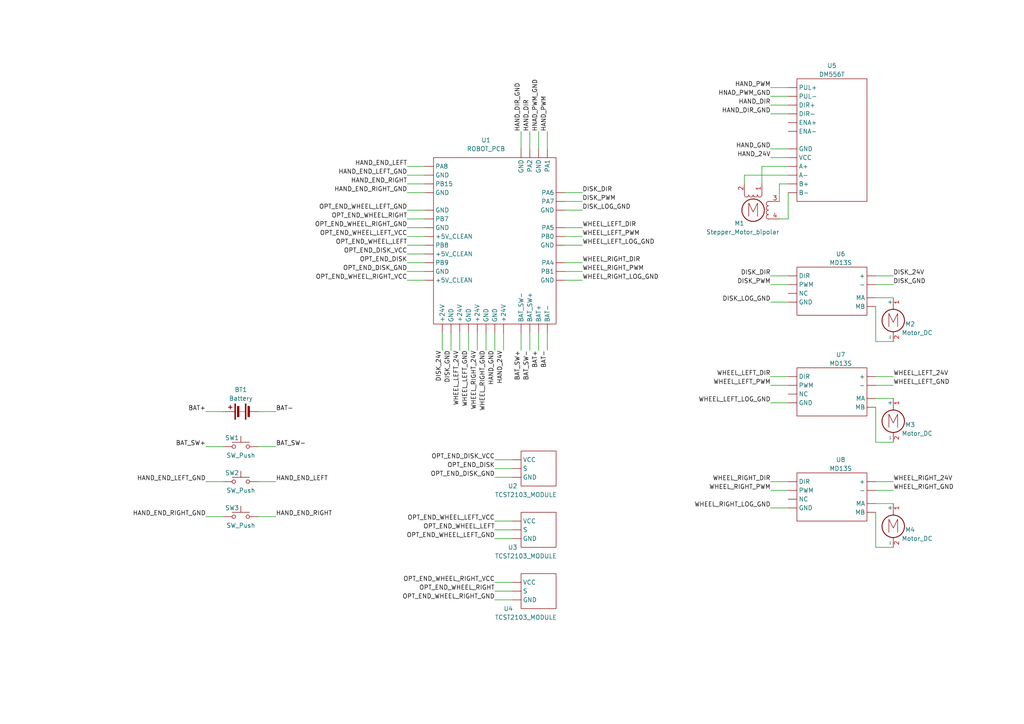
<source format=kicad_sch>
(kicad_sch (version 20230121) (generator eeschema)
  (paper "A4")
  (lib_symbols
    (symbol "Device:Battery" (pin_numbers hide) (pin_names (offset 0) hide)
      (property "Reference" "BT" (at 2.54 2.54 0))
      (property "Value" "Battery" (at 2.54 0 0))
      (symbol "Battery_0_1"
        (rectangle (start -2.286 -1.27) (end 2.286 -1.524) (fill (type outline)))
        (rectangle (start -2.286 1.778) (end 2.286 1.524) (fill (type outline)))
        (rectangle (start -1.524 -2.032) (end 1.524 -2.54) (fill (type outline)))
        (rectangle (start -1.524 1.016) (end 1.524 0.508) (fill (type outline)))
        (polyline (pts (xy 0 -1.016) (xy 0 -0.762)))
        (polyline (pts (xy 0 -0.508) (xy 0 -0.254)))
        (polyline (pts (xy 0 0) (xy 0 0.254)))
        (polyline (pts (xy 0 1.778) (xy 0 2.54)))
        (polyline (pts (xy 0.762 3.048) (xy 1.778 3.048)) (stroke (width 0.254)))
        (polyline (pts (xy 1.27 3.556) (xy 1.27 2.54)) (stroke (width 0.254)))
      )
      (symbol "Battery_1_1"
        (pin passive line (at 0 5.08 270) (length 2.54) (name "+") (number "1"))
        (pin passive line (at 0 -5.08 90) (length 2.54) (name "-") (number "2"))
      )
    )
    (symbol "MD13S_1"
      (property "Reference" "U" (at -5.08 17.78 0))
      (property "Value" "MD13S" (at -2.54 15.24 0))
      (symbol "MD13S_1_0_1"
        (rectangle (start -10.16 13.97) (end 10.16 0))
      )
      (symbol "MD13S_1_1_1"
        (pin power_in line (at -12.7 11.43 0) (length 2.54) (name "+") (number ""))
        (pin power_in line (at -12.7 8.89 0) (length 2.54) (name "-") (number ""))
        (pin input line (at 12.7 11.43 180) (length 2.54) (name "DIR") (number ""))
        (pin input line (at 12.7 3.81 180) (length 2.54) (name "GND") (number ""))
        (pin power_out line (at -12.7 5.08 0) (length 2.54) (name "MA") (number ""))
        (pin power_out line (at -12.7 2.54 0) (length 2.54) (name "MB") (number ""))
        (pin input line (at 12.7 6.35 180) (length 2.54) (name "NC") (number ""))
        (pin input line (at 12.7 8.89 180) (length 2.54) (name "PWM") (number ""))
      )
    )
    (symbol "Motor:Motor_DC" (pin_names (offset 0))
      (property "Reference" "M" (at 2.54 2.54 0))
      (property "Value" "Motor_DC" (at 2.54 -5.08 0))
      (symbol "Motor_DC_0_0"
        (polyline (pts (xy -1.27 -3.302) (xy -1.27 0.508) (xy 0 -2.032) (xy 1.27 0.508) (xy 1.27 -3.302)))
      )
      (symbol "Motor_DC_0_1"
        (circle (center 0 -1.524) (radius 3.2512) (stroke (width 0.254)))
        (polyline (pts (xy 0 -7.62) (xy 0 -7.112)))
        (polyline (pts (xy 0 -4.7752) (xy 0 -5.1816)))
        (polyline (pts (xy 0 1.7272) (xy 0 2.0828)))
        (polyline (pts (xy 0 2.032) (xy 0 2.54)))
      )
      (symbol "Motor_DC_1_1"
        (pin passive line (at 0 5.08 270) (length 2.54) (name "+") (number "1"))
        (pin passive line (at 0 -7.62 90) (length 2.54) (name "-") (number "2"))
      )
    )
    (symbol "Motor:Stepper_Motor_bipolar" (pin_names (offset 0) hide)
      (property "Reference" "M" (at 3.81 2.54 0))
      (property "Value" "Stepper_Motor_bipolar" (at 3.81 1.27 0))
      (symbol "Stepper_Motor_bipolar_0_0"
        (polyline (pts (xy -1.27 -1.778) (xy -1.27 2.032) (xy 0 -0.508) (xy 1.27 2.032) (xy 1.27 -1.778)))
      )
      (symbol "Stepper_Motor_bipolar_0_1"
        (arc (start -4.445 -2.54) (mid -3.8127 -1.905) (end -4.445 -1.27))
        (arc (start -4.445 -1.27) (mid -3.8127 -0.635) (end -4.445 0))
        (arc (start -4.445 0) (mid -3.8127 0.635) (end -4.445 1.27))
        (arc (start -4.445 1.27) (mid -3.8127 1.905) (end -4.445 2.54))
        (arc (start -2.54 4.445) (mid -1.905 3.8127) (end -1.27 4.445))
        (arc (start -1.27 4.445) (mid -0.635 3.8127) (end 0 4.445))
        (polyline (pts (xy -5.08 -2.54) (xy -4.445 -2.54)))
        (polyline (pts (xy -5.08 2.54) (xy -4.445 2.54)))
        (polyline (pts (xy -2.54 5.08) (xy -2.54 4.445)))
        (polyline (pts (xy 2.54 5.08) (xy 2.54 4.445)))
        (circle (center 0 0) (radius 3.2512) (stroke (width 0.254)))
        (arc (start 0 4.445) (mid 0.635 3.8127) (end 1.27 4.445))
        (arc (start 1.27 4.445) (mid 1.905 3.8127) (end 2.54 4.445))
      )
      (symbol "Stepper_Motor_bipolar_1_1"
        (pin passive line (at -2.54 7.62 270) (length 2.54) (name "~") (number "1"))
        (pin passive line (at 2.54 7.62 270) (length 2.54) (name "-") (number "2"))
        (pin passive line (at -7.62 2.54 0) (length 2.54) (name "~") (number "3"))
        (pin passive line (at -7.62 -2.54 0) (length 2.54) (name "~") (number "4"))
      )
    )
    (symbol "STM32F103C8T6:DM556T"
      (property "Reference" "U" (at -11.43 19.05 0))
      (property "Value" "DM556T" (at -13.97 16.51 0))
      (symbol "DM556T_0_1"
        (rectangle (start -10.16 35.56) (end 10.16 0))
      )
      (symbol "DM556T_1_1"
        (pin power_out line (at 12.7 10.16 180) (length 2.54) (name "A+") (number ""))
        (pin power_out line (at 12.7 7.62 180) (length 2.54) (name "A-") (number ""))
        (pin power_out line (at 12.7 5.08 180) (length 2.54) (name "B+") (number ""))
        (pin power_out line (at 12.7 2.54 180) (length 2.54) (name "B-") (number ""))
        (pin input line (at 12.7 27.94 180) (length 2.54) (name "DIR+") (number ""))
        (pin input line (at 12.7 25.4 180) (length 2.54) (name "DIR-") (number ""))
        (pin input line (at 12.7 22.86 180) (length 2.54) (name "ENA+") (number ""))
        (pin input line (at 12.7 20.32 180) (length 2.54) (name "ENA-") (number ""))
        (pin power_in line (at 12.7 15.24 180) (length 2.54) (name "GND") (number ""))
        (pin input line (at 12.7 33.02 180) (length 2.54) (name "PUL+") (number ""))
        (pin input line (at 12.7 30.48 180) (length 2.54) (name "PUL-") (number ""))
        (pin power_in line (at 12.7 12.7 180) (length 2.54) (name "VCC") (number ""))
      )
    )
    (symbol "STM32F103C8T6:TCST2103_module"
      (property "Reference" "U" (at 6.35 1.27 0))
      (property "Value" "TCST2103_MODULE" (at 3.81 -1.27 0))
      (symbol "TCST2103_module_0_1"
        (rectangle (start -5.08 10.16) (end 5.08 0))
      )
      (symbol "TCST2103_module_1_1"
        (pin power_in line (at -7.62 2.54 0) (length 2.54) (name "GND") (number ""))
        (pin input line (at -7.62 5.08 0) (length 2.54) (name "S") (number ""))
        (pin power_in line (at -7.62 7.62 0) (length 2.54) (name "VCC") (number ""))
      )
    )
    (symbol "Switch:SW_Push" (pin_numbers hide) (pin_names (offset 1.016) hide)
      (property "Reference" "SW" (at 1.27 2.54 0))
      (property "Value" "SW_Push" (at 0 -1.524 0))
      (symbol "SW_Push_0_1"
        (circle (center -2.032 0) (radius 0.508))
        (polyline (pts (xy 0 1.27) (xy 0 3.048)))
        (polyline (pts (xy 2.54 1.27) (xy -2.54 1.27)))
        (circle (center 2.032 0) (radius 0.508))
        (pin passive line (at -5.08 0 0) (length 2.54) (name "1") (number "1"))
        (pin passive line (at 5.08 0 180) (length 2.54) (name "2") (number "2"))
      )
    )
    (symbol "robot_pcb:robot_pcb"
      (property "Reference" "U" (at -3.81 52.07 0))
      (property "Value" "ROBOT_PCB" (at -3.81 49.53 0))
      (symbol "robot_pcb_0_1"
        (rectangle (start -17.78 48.26) (end 17.78 0))
      )
      (symbol "robot_pcb_1_1"
        (pin power_out line (at -15.24 -2.54 90) (length 2.54) (name "+24V") (number ""))
        (pin power_out line (at -10.16 -2.54 90) (length 2.54) (name "+24V") (number ""))
        (pin power_out line (at -5.08 -2.54 90) (length 2.54) (name "+24V") (number ""))
        (pin power_out line (at 2.54 -2.54 90) (length 2.54) (name "+24V") (number ""))
        (pin power_out line (at -20.32 12.7 0) (length 2.54) (name "+5V_CLEAN") (number ""))
        (pin power_out line (at -20.32 20.32 0) (length 2.54) (name "+5V_CLEAN") (number ""))
        (pin power_out line (at -20.32 25.4 0) (length 2.54) (name "+5V_CLEAN") (number ""))
        (pin power_in line (at 12.7 -2.54 90) (length 2.54) (name "BAT+") (number ""))
        (pin power_in line (at 15.24 -2.54 90) (length 2.54) (name "BAT-") (number ""))
        (pin power_in line (at 10.16 -2.54 90) (length 2.54) (name "BAT_SW+") (number ""))
        (pin power_in line (at 7.62 -2.54 90) (length 2.54) (name "BAT_SW-") (number ""))
        (pin power_out line (at -20.32 15.24 0) (length 2.54) (name "GND") (number ""))
        (pin power_out line (at -20.32 27.94 0) (length 2.54) (name "GND") (number ""))
        (pin power_out line (at -20.32 33.02 0) (length 2.54) (name "GND") (number ""))
        (pin power_out line (at -20.32 38.1 0) (length 2.54) (name "GND") (number ""))
        (pin power_out line (at -20.32 43.18 0) (length 2.54) (name "GND") (number ""))
        (pin power_out line (at -12.7 -2.54 90) (length 2.54) (name "GND") (number ""))
        (pin power_out line (at -7.62 -2.54 90) (length 2.54) (name "GND") (number ""))
        (pin power_out line (at -2.54 -2.54 90) (length 2.54) (name "GND") (number ""))
        (pin power_out line (at 0 -2.54 90) (length 2.54) (name "GND") (number ""))
        (pin power_out line (at 7.62 50.8 270) (length 2.54) (name "GND") (number ""))
        (pin power_out line (at 12.7 50.8 270) (length 2.54) (name "GND") (number ""))
        (pin power_out line (at 20.32 12.7 180) (length 2.54) (name "GND") (number ""))
        (pin power_out line (at 20.32 22.86 180) (length 2.54) (name "GND") (number ""))
        (pin power_out line (at 20.32 33.02 180) (length 2.54) (name "GND") (number ""))
        (pin output line (at 15.24 50.8 270) (length 2.54) (name "PA1") (number ""))
        (pin output line (at 10.16 50.8 270) (length 2.54) (name "PA2") (number ""))
        (pin output line (at 20.32 17.78 180) (length 2.54) (name "PA4") (number ""))
        (pin output line (at 20.32 27.94 180) (length 2.54) (name "PA5") (number ""))
        (pin output line (at 20.32 38.1 180) (length 2.54) (name "PA6") (number ""))
        (pin output line (at 20.32 35.56 180) (length 2.54) (name "PA7") (number ""))
        (pin input line (at -20.32 45.72 0) (length 2.54) (name "PA8") (number ""))
        (pin output line (at 20.32 25.4 180) (length 2.54) (name "PB0") (number ""))
        (pin output line (at 20.32 15.24 180) (length 2.54) (name "PB1") (number ""))
        (pin input line (at -20.32 40.64 0) (length 2.54) (name "PB15") (number ""))
        (pin input line (at -20.32 30.48 0) (length 2.54) (name "PB7") (number ""))
        (pin input line (at -20.32 22.86 0) (length 2.54) (name "PB8") (number ""))
        (pin input line (at -20.32 17.78 0) (length 2.54) (name "PB9") (number ""))
      )
    )
  )
  (wire (pts (xy 143.51 96.52) (xy 143.51 101.6)))
  (wire (pts (xy 153.67 38.1) (xy 153.67 43.18)))
  (wire (pts (xy 223.52 116.84) (xy 228.6 116.84)))
  (wire (pts (xy 130.81 96.52) (xy 130.81 101.6)))
  (wire (pts (xy 118.11 63.5) (xy 123.19 63.5)))
  (wire (pts (xy 259.08 128.27) (xy 254 128.27)))
  (wire (pts (xy 223.52 109.22) (xy 228.6 109.22)))
  (wire (pts (xy 143.51 133.35) (xy 148.59 133.35)))
  (wire (pts (xy 158.75 96.52) (xy 158.75 101.6)))
  (wire (pts (xy 163.83 81.28) (xy 168.91 81.28)))
  (wire (pts (xy 135.89 96.52) (xy 135.89 101.6)))
  (wire (pts (xy 143.51 173.99) (xy 148.59 173.99)))
  (wire (pts (xy 143.51 171.45) (xy 148.59 171.45)))
  (wire (pts (xy 143.51 153.67) (xy 148.59 153.67)))
  (wire (pts (xy 143.51 156.21) (xy 148.59 156.21)))
  (wire (pts (xy 118.11 76.2) (xy 123.19 76.2)))
  (wire (pts (xy 163.83 76.2) (xy 168.91 76.2)))
  (wire (pts (xy 59.69 149.86) (xy 64.77 149.86)))
  (wire (pts (xy 118.11 60.96) (xy 123.19 60.96)))
  (wire (pts (xy 118.11 48.26) (xy 123.19 48.26)))
  (wire (pts (xy 215.9 50.8) (xy 215.9 53.34)))
  (wire (pts (xy 223.52 139.7) (xy 228.6 139.7)))
  (wire (pts (xy 223.52 33.02) (xy 228.6 33.02)))
  (wire (pts (xy 254 88.9) (xy 254 99.06)))
  (wire (pts (xy 223.52 80.01) (xy 228.6 80.01)))
  (wire (pts (xy 223.52 27.94) (xy 228.6 27.94)))
  (wire (pts (xy 151.13 96.52) (xy 151.13 101.6)))
  (wire (pts (xy 143.51 168.91) (xy 148.59 168.91)))
  (wire (pts (xy 118.11 66.04) (xy 123.19 66.04)))
  (wire (pts (xy 143.51 151.13) (xy 148.59 151.13)))
  (wire (pts (xy 254 118.11) (xy 254 128.27)))
  (wire (pts (xy 143.51 135.89) (xy 148.59 135.89)))
  (wire (pts (xy 146.05 96.52) (xy 146.05 101.6)))
  (wire (pts (xy 254 82.55) (xy 259.08 82.55)))
  (wire (pts (xy 118.11 53.34) (xy 123.19 53.34)))
  (wire (pts (xy 118.11 50.8) (xy 123.19 50.8)))
  (wire (pts (xy 59.69 119.38) (xy 64.77 119.38)))
  (wire (pts (xy 74.93 149.86) (xy 80.01 149.86)))
  (wire (pts (xy 223.52 45.72) (xy 228.6 45.72)))
  (wire (pts (xy 223.52 142.24) (xy 228.6 142.24)))
  (wire (pts (xy 223.52 30.48) (xy 228.6 30.48)))
  (wire (pts (xy 228.6 55.88) (xy 228.6 63.5)))
  (wire (pts (xy 163.83 58.42) (xy 168.91 58.42)))
  (wire (pts (xy 163.83 78.74) (xy 168.91 78.74)))
  (wire (pts (xy 254 109.22) (xy 259.08 109.22)))
  (wire (pts (xy 163.83 66.04) (xy 168.91 66.04)))
  (wire (pts (xy 254 80.01) (xy 259.08 80.01)))
  (wire (pts (xy 163.83 60.96) (xy 168.91 60.96)))
  (wire (pts (xy 259.08 115.57) (xy 254 115.57)))
  (wire (pts (xy 151.13 38.1) (xy 151.13 43.18)))
  (wire (pts (xy 254 111.76) (xy 259.08 111.76)))
  (wire (pts (xy 223.52 87.63) (xy 228.6 87.63)))
  (wire (pts (xy 163.83 71.12) (xy 168.91 71.12)))
  (wire (pts (xy 223.52 43.18) (xy 228.6 43.18)))
  (wire (pts (xy 156.21 38.1) (xy 156.21 43.18)))
  (wire (pts (xy 59.69 129.54) (xy 64.77 129.54)))
  (wire (pts (xy 140.97 96.52) (xy 140.97 101.6)))
  (wire (pts (xy 158.75 38.1) (xy 158.75 43.18)))
  (wire (pts (xy 254 142.24) (xy 259.08 142.24)))
  (wire (pts (xy 259.08 146.05) (xy 254 146.05)))
  (wire (pts (xy 153.67 96.52) (xy 153.67 101.6)))
  (wire (pts (xy 228.6 50.8) (xy 215.9 50.8)))
  (wire (pts (xy 118.11 81.28) (xy 123.19 81.28)))
  (wire (pts (xy 118.11 55.88) (xy 123.19 55.88)))
  (wire (pts (xy 259.08 99.06) (xy 254 99.06)))
  (wire (pts (xy 118.11 73.66) (xy 123.19 73.66)))
  (wire (pts (xy 259.08 158.75) (xy 254 158.75)))
  (wire (pts (xy 59.69 139.7) (xy 64.77 139.7)))
  (wire (pts (xy 128.27 96.52) (xy 128.27 101.6)))
  (wire (pts (xy 138.43 96.52) (xy 138.43 101.6)))
  (wire (pts (xy 228.6 53.34) (xy 226.06 53.34)))
  (wire (pts (xy 223.52 111.76) (xy 228.6 111.76)))
  (wire (pts (xy 254 139.7) (xy 259.08 139.7)))
  (wire (pts (xy 118.11 68.58) (xy 123.19 68.58)))
  (wire (pts (xy 74.93 129.54) (xy 80.01 129.54)))
  (wire (pts (xy 259.08 86.36) (xy 254 86.36)))
  (wire (pts (xy 223.52 147.32) (xy 228.6 147.32)))
  (wire (pts (xy 143.51 138.43) (xy 148.59 138.43)))
  (wire (pts (xy 226.06 63.5) (xy 228.6 63.5)))
  (wire (pts (xy 133.35 96.52) (xy 133.35 101.6)))
  (wire (pts (xy 228.6 48.26) (xy 220.98 48.26)))
  (wire (pts (xy 74.93 119.38) (xy 80.01 119.38)))
  (wire (pts (xy 220.98 48.26) (xy 220.98 53.34)))
  (wire (pts (xy 223.52 25.4) (xy 228.6 25.4)))
  (wire (pts (xy 74.93 139.7) (xy 80.01 139.7)))
  (wire (pts (xy 156.21 96.52) (xy 156.21 101.6)))
  (wire (pts (xy 163.83 55.88) (xy 168.91 55.88)))
  (wire (pts (xy 254 148.59) (xy 254 158.75)))
  (wire (pts (xy 118.11 71.12) (xy 123.19 71.12)))
  (wire (pts (xy 223.52 82.55) (xy 228.6 82.55)))
  (wire (pts (xy 163.83 68.58) (xy 168.91 68.58)))
  (wire (pts (xy 118.11 78.74) (xy 123.19 78.74)))
  (wire (pts (xy 226.06 53.34) (xy 226.06 58.42)))
  (label "HAND_END_LEFT" (at 118.11 48.26 180))
  (label "BAT-" (at 158.75 101.6 270))
  (label "HAND_DIR_GND" (at 151.13 38.1 90))
  (label "DISK_DIR" (at 168.91 55.88 0))
  (label "HAND_PWM" (at 223.52 25.4 180))
  (label "OPT_END_WHEEL_LEFT_VCC" (at 143.51 151.13 180))
  (label "WHEEL_LEFT_DIR" (at 223.52 109.22 180))
  (label "BAT_SW+" (at 151.13 101.6 270))
  (label "OPT_END_WHEEL_RIGHT_GND" (at 118.11 66.04 180))
  (label "WHEEL_LEFT_GND" (at 135.89 101.6 270))
  (label "WHEEL_LEFT_PWM" (at 168.91 68.58 0))
  (label "HAND_END_RIGHT_GND" (at 118.11 55.88 180))
  (label "OPT_END_DISK_VCC" (at 143.51 133.35 180))
  (label "OPT_END_WHEEL_RIGHT" (at 143.51 171.45 180))
  (label "HAND_DIR_GND" (at 223.52 33.02 180))
  (label "DISK_LOG_GND" (at 223.52 87.63 180))
  (label "WHEEL_RIGHT_DIR" (at 168.91 76.2 0))
  (label "HAND_END_LEFT" (at 80.01 139.7 0))
  (label "WHEEL_RIGHT_24V" (at 259.08 139.7 0))
  (label "HAND_GND" (at 223.52 43.18 180))
  (label "WHEEL_RIGHT_24V" (at 138.43 101.6 270))
  (label "HNAD_PWM_GND" (at 223.52 27.94 180))
  (label "DISK_PWM" (at 223.52 82.55 180))
  (label "DISK_24V" (at 259.08 80.01 0))
  (label "WHEEL_LEFT_24V" (at 133.35 101.6 270))
  (label "OPT_END_WHEEL_LEFT_VCC" (at 118.11 68.58 180))
  (label "BAT_SW+" (at 59.69 129.54 180))
  (label "OPT_END_DISK" (at 143.51 135.89 180))
  (label "BAT-" (at 80.01 119.38 0))
  (label "WHEEL_RIGHT_LOG_GND" (at 223.52 147.32 180))
  (label "BAT+" (at 59.69 119.38 180))
  (label "OPT_END_WHEEL_RIGHT_VCC" (at 143.51 168.91 180))
  (label "HAND_DIR" (at 153.67 38.1 90))
  (label "OPT_END_WHEEL_LEFT" (at 118.11 71.12 180))
  (label "DISK_PWM" (at 168.91 58.42 0))
  (label "OPT_END_WHEEL_RIGHT_GND" (at 143.51 173.99 180))
  (label "BAT_SW-" (at 80.01 129.54 0))
  (label "DISK_DIR" (at 223.52 80.01 180))
  (label "BAT_SW-" (at 153.67 101.6 270))
  (label "HAND_PWM" (at 158.75 38.1 90))
  (label "WHEEL_LEFT_LOG_GND" (at 168.91 71.12 0))
  (label "WHEEL_LEFT_LOG_GND" (at 223.52 116.84 180))
  (label "WHEEL_RIGHT_PWM" (at 168.91 78.74 0))
  (label "WHEEL_RIGHT_DIR" (at 223.52 139.7 180))
  (label "WHEEL_LEFT_DIR" (at 168.91 66.04 0))
  (label "HAND_GND" (at 143.51 101.6 270))
  (label "HAND_END_LEFT_GND" (at 118.11 50.8 180))
  (label "DISK_LOG_GND" (at 168.91 60.96 0))
  (label "WHEEL_LEFT_PWM" (at 223.52 111.76 180))
  (label "HAND_END_RIGHT_GND" (at 59.69 149.86 180))
  (label "HAND_END_RIGHT" (at 80.01 149.86 0))
  (label "WHEEL_RIGHT_GND" (at 140.97 101.6 270))
  (label "DISK_GND" (at 130.81 101.6 270))
  (label "WHEEL_RIGHT_PWM" (at 223.52 142.24 180))
  (label "OPT_END_WHEEL_LEFT_GND" (at 143.51 156.21 180))
  (label "OPT_END_WHEEL_LEFT" (at 143.51 153.67 180))
  (label "WHEEL_LEFT_GND" (at 259.08 111.76 0))
  (label "OPT_END_DISK_VCC" (at 118.11 73.66 180))
  (label "OPT_END_WHEEL_LEFT_GND" (at 118.11 60.96 180))
  (label "OPT_END_WHEEL_RIGHT" (at 118.11 63.5 180))
  (label "DISK_GND" (at 259.08 82.55 0))
  (label "OPT_END_WHEEL_RIGHT_VCC" (at 118.11 81.28 180))
  (label "OPT_END_DISK_GND" (at 118.11 78.74 180))
  (label "HAND_24V" (at 146.05 101.6 270))
  (label "HNAD_PWM_GND" (at 156.21 38.1 90))
  (label "DISK_24V" (at 128.27 101.6 270))
  (label "HAND_24V" (at 223.52 45.72 180))
  (label "WHEEL_RIGHT_GND" (at 259.08 142.24 0))
  (label "WHEEL_LEFT_24V" (at 259.08 109.22 0))
  (label "OPT_END_DISK_GND" (at 143.51 138.43 180))
  (label "HAND_END_LEFT_GND" (at 59.69 139.7 180))
  (label "OPT_END_DISK" (at 118.11 76.2 180))
  (label "BAT+" (at 156.21 101.6 270))
  (label "WHEEL_RIGHT_LOG_GND" (at 168.91 81.28 0))
  (label "HAND_DIR" (at 223.52 30.48 180))
  (label "HAND_END_RIGHT" (at 118.11 53.34 180))
  (symbol (lib_id "STM32F103C8T6:TCST2103_module") (at 156.21 176.53 0) (unit 1)
    (property "Reference" "U4" (at 146.05 176.53 0) (effects (justify left)))
    (property "Value" "TCST2103_MODULE" (at 143.51 179.07 0) (effects (justify left)))
  )
  (symbol (lib_name "MD13S_1") (lib_id "STM32F103C8T6:MD13S") (at 241.3 120.65 0) (mirror y) (unit 1)
    (property "Reference" "U7" (at 243.84 102.87 0))
    (property "Value" "MD13S" (at 243.84 105.41 0))
  )
  (symbol (lib_id "Motor:Motor_DC") (at 259.08 151.13 0) (mirror y) (unit 1)
    (property "Reference" "M4" (at 265.43 153.67 0) (effects (justify left)))
    (property "Value" "Motor_DC" (at 270.51 156.21 0) (effects (justify left)))
  )
  (symbol (lib_id "Switch:SW_Push") (at 69.85 129.54 0) (unit 1)
    (property "Reference" "SW1" (at 67.31 127 0))
    (property "Value" "SW_Push" (at 69.85 132.08 0))
    (property "Footprint" "Connector_PinHeader_2.54mm:PinHeader_1x02_P2.54mm_Vertical" (effects hide))
  )
  (symbol (lib_name "MD13S_1") (lib_id "STM32F103C8T6:MD13S") (at 241.3 151.13 0) (mirror y) (unit 1)
    (property "Reference" "U8" (at 243.84 133.35 0))
    (property "Value" "MD13S" (at 243.84 135.89 0))
  )
  (symbol (lib_id "Device:Battery") (at 69.85 119.38 90) (unit 1)
    (property "Reference" "BT1" (at 69.85 113.03 90))
    (property "Value" "Battery" (at 69.85 115.57 90))
  )
  (symbol (lib_id "Motor:Motor_DC") (at 259.08 91.44 0) (mirror y) (unit 1)
    (property "Reference" "M2" (at 265.43 93.98 0) (effects (justify left)))
    (property "Value" "Motor_DC" (at 270.51 96.52 0) (effects (justify left)))
  )
  (symbol (lib_id "robot_pcb:robot_pcb") (at 143.51 93.98 0) (unit 1)
    (property "Reference" "U1" (at 140.97 40.64 0))
    (property "Value" "ROBOT_PCB" (at 140.97 43.18 0))
  )
  (symbol (lib_name "MD13S_1") (lib_id "STM32F103C8T6:MD13S") (at 241.3 91.44 0) (mirror y) (unit 1)
    (property "Reference" "U6" (at 243.84 73.66 0))
    (property "Value" "MD13S" (at 243.84 76.2 0))
  )
  (symbol (lib_id "STM32F103C8T6:DM556T") (at 241.3 58.42 0) (mirror y) (unit 1)
    (property "Reference" "U5" (at 241.3 19.05 0))
    (property "Value" "DM556T" (at 241.3 21.59 0))
  )
  (symbol (lib_id "STM32F103C8T6:TCST2103_module") (at 156.21 140.97 0) (unit 1)
    (property "Reference" "U2" (at 147.32 140.97 0) (effects (justify left)))
    (property "Value" "TCST2103_MODULE" (at 143.51 143.51 0) (effects (justify left)))
  )
  (symbol (lib_id "STM32F103C8T6:TCST2103_module") (at 156.21 158.75 0) (unit 1)
    (property "Reference" "U3" (at 147.32 158.75 0) (effects (justify left)))
    (property "Value" "TCST2103_MODULE" (at 143.51 161.29 0) (effects (justify left)))
  )
  (symbol (lib_id "Motor:Stepper_Motor_bipolar") (at 218.44 60.96 0) (mirror y) (unit 1)
    (property "Reference" "M1" (at 215.9 64.77 0) (effects (justify left)))
    (property "Value" "Stepper_Motor_bipolar" (at 226.06 67.31 0) (effects (justify left)))
    (property "Datasheet" "http://www.infineon.com/dgdl/Application-Note-TLE8110EE_driving_UniPolarStepperMotor_V1.1.pdf?fileId=db3a30431be39b97011be5d0aa0a00b0" (effects hide))
  )
  (symbol (lib_id "Switch:SW_Push") (at 69.85 139.7 0) (unit 1)
    (property "Reference" "SW2" (at 67.31 137.16 0))
    (property "Value" "SW_Push" (at 69.85 142.24 0))
    (property "Footprint" "Connector_PinHeader_2.54mm:PinHeader_1x02_P2.54mm_Vertical" (effects hide))
  )
  (symbol (lib_id "Motor:Motor_DC") (at 259.08 120.65 0) (mirror y) (unit 1)
    (property "Reference" "M3" (at 265.43 123.19 0) (effects (justify left)))
    (property "Value" "Motor_DC" (at 270.51 125.73 0) (effects (justify left)))
  )
  (symbol (lib_id "Switch:SW_Push") (at 69.85 149.86 0) (unit 1)
    (property "Reference" "SW3" (at 67.31 147.32 0))
    (property "Value" "SW_Push" (at 69.85 152.4 0))
    (property "Footprint" "Connector_PinHeader_2.54mm:PinHeader_1x02_P2.54mm_Vertical" (effects hide))
  )
)
</source>
